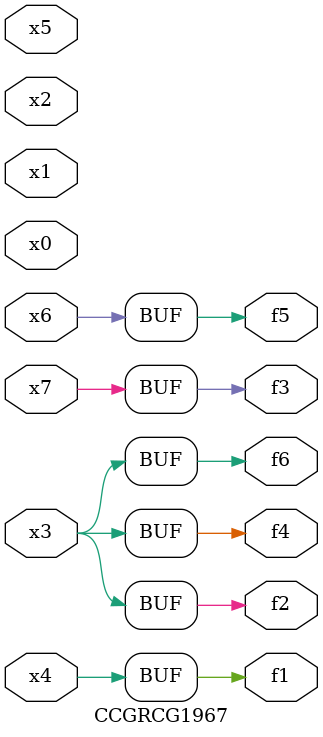
<source format=v>
module CCGRCG1967(
	input x0, x1, x2, x3, x4, x5, x6, x7,
	output f1, f2, f3, f4, f5, f6
);
	assign f1 = x4;
	assign f2 = x3;
	assign f3 = x7;
	assign f4 = x3;
	assign f5 = x6;
	assign f6 = x3;
endmodule

</source>
